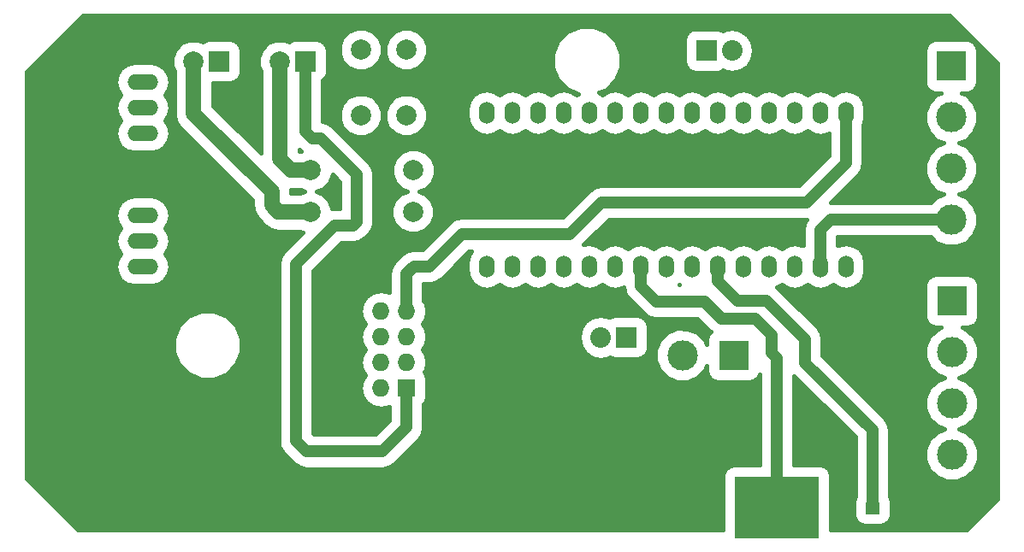
<source format=gbr>
G04 #@! TF.FileFunction,Copper,L2,Bot,Signal*
%FSLAX46Y46*%
G04 Gerber Fmt 4.6, Leading zero omitted, Abs format (unit mm)*
G04 Created by KiCad (PCBNEW 4.0.4-stable) date 11/17/16 22:49:04*
%MOMM*%
%LPD*%
G01*
G04 APERTURE LIST*
%ADD10C,0.100000*%
%ADD11O,1.524000X2.199640*%
%ADD12O,1.524000X2.197100*%
%ADD13O,3.048000X1.524000*%
%ADD14C,1.998980*%
%ADD15R,2.000000X2.000000*%
%ADD16C,2.000000*%
%ADD17R,2.032000X2.032000*%
%ADD18O,2.032000X2.032000*%
%ADD19R,1.727200X1.727200*%
%ADD20O,1.727200X1.727200*%
%ADD21R,2.999740X2.999740*%
%ADD22C,2.999740*%
%ADD23R,8.399540X6.199640*%
%ADD24R,1.399540X1.199640*%
%ADD25C,1.150000*%
%ADD26C,1.550000*%
%ADD27C,0.454000*%
G04 APERTURE END LIST*
D10*
D11*
X97536000Y-23368000D03*
X94996000Y-23368000D03*
X92456000Y-23368000D03*
X89916000Y-23368000D03*
X87376000Y-23368000D03*
X84836000Y-23368000D03*
X82296000Y-23368000D03*
X79756000Y-23368000D03*
X77216000Y-23368000D03*
X74676000Y-23368000D03*
X72136000Y-23368000D03*
X69596000Y-23368000D03*
X67056000Y-23368000D03*
X64516000Y-23368000D03*
X61976000Y-23368000D03*
X61976000Y-38608000D03*
X64516000Y-38608000D03*
X67056000Y-38608000D03*
X69596000Y-38608000D03*
D12*
X72136000Y-38608000D03*
X74676000Y-38608000D03*
X77216000Y-38608000D03*
X79756000Y-38608000D03*
X82296000Y-38608000D03*
X84836000Y-38608000D03*
X87376000Y-38608000D03*
X89916000Y-38608000D03*
X92456000Y-38608000D03*
X94996000Y-38608000D03*
X97536000Y-38608000D03*
D13*
X27940000Y-38608000D03*
X27940000Y-36068000D03*
X27940000Y-33528000D03*
X27940000Y-25400000D03*
X27940000Y-22860000D03*
X27940000Y-20320000D03*
D14*
X49514760Y-17119600D03*
X54015640Y-23622000D03*
X54015640Y-17119600D03*
X49514760Y-23622000D03*
D15*
X44043600Y-18288000D03*
D16*
X41503600Y-18288000D03*
D14*
X54737000Y-29083000D03*
X44577000Y-29083000D03*
D17*
X75793600Y-45618400D03*
D18*
X73253600Y-45618400D03*
D17*
X83718400Y-17221200D03*
D18*
X86258400Y-17221200D03*
D15*
X35509200Y-18288000D03*
D16*
X32969200Y-18288000D03*
D14*
X54673500Y-33210500D03*
X44513500Y-33210500D03*
D19*
X54051200Y-50647600D03*
D20*
X51511200Y-50647600D03*
X54051200Y-48107600D03*
X51511200Y-48107600D03*
X54051200Y-45567600D03*
X51511200Y-45567600D03*
X54051200Y-43027600D03*
X51511200Y-43027600D03*
D21*
X107950000Y-18745200D03*
D22*
X107950000Y-23825200D03*
X107950000Y-28905200D03*
X107950000Y-33985200D03*
D21*
X108000800Y-42011600D03*
D22*
X108000800Y-47091600D03*
X108000800Y-52171600D03*
X108000800Y-57251600D03*
D21*
X86410800Y-47396400D03*
D22*
X81330800Y-47396400D03*
D23*
X90700000Y-62500000D03*
D24*
X100150000Y-62550000D03*
D25*
X94996000Y-38608000D02*
X94996000Y-35001200D01*
X96012000Y-33985200D02*
X107950000Y-33985200D01*
X94996000Y-35001200D02*
X96012000Y-33985200D01*
X54051200Y-50647600D02*
X54051200Y-54559200D01*
X44043600Y-25247600D02*
X44043600Y-18288000D01*
X44704000Y-25908000D02*
X44043600Y-25247600D01*
X45516800Y-25908000D02*
X44704000Y-25908000D01*
X49123600Y-29514800D02*
X45516800Y-25908000D01*
X49123600Y-34188400D02*
X49123600Y-29514800D01*
X48768000Y-34544000D02*
X49123600Y-34188400D01*
X46888400Y-34544000D02*
X48768000Y-34544000D01*
X43078400Y-38354000D02*
X46888400Y-34544000D01*
X43078400Y-55880000D02*
X43078400Y-38354000D01*
X44145200Y-56946800D02*
X43078400Y-55880000D01*
X51663600Y-56946800D02*
X44145200Y-56946800D01*
X54051200Y-54559200D02*
X51663600Y-56946800D01*
D26*
X44577000Y-29083000D02*
X42595800Y-29083000D01*
X41503600Y-27990800D02*
X41503600Y-18288000D01*
X42595800Y-29083000D02*
X41503600Y-27990800D01*
X44513500Y-33210500D02*
X41338500Y-33210500D01*
X32969200Y-23469600D02*
X32969200Y-18288000D01*
X40690800Y-31191200D02*
X32969200Y-23469600D01*
X40690800Y-32562800D02*
X40690800Y-31191200D01*
X41338500Y-33210500D02*
X40690800Y-32562800D01*
D25*
X54051200Y-43027600D02*
X54051200Y-39319200D01*
X97536000Y-28346400D02*
X97536000Y-23368000D01*
X93624400Y-32258000D02*
X97536000Y-28346400D01*
X73355200Y-32258000D02*
X93624400Y-32258000D01*
X70205600Y-35407600D02*
X73355200Y-32258000D01*
X59537600Y-35407600D02*
X70205600Y-35407600D01*
X56337200Y-38608000D02*
X59537600Y-35407600D01*
X54762400Y-38608000D02*
X56337200Y-38608000D01*
X54051200Y-39319200D02*
X54762400Y-38608000D01*
X90700000Y-62500000D02*
X90700000Y-47700000D01*
X77216000Y-40566000D02*
X77216000Y-38608000D01*
X78750000Y-42100000D02*
X77216000Y-40566000D01*
X83550000Y-42100000D02*
X78750000Y-42100000D01*
X85200000Y-43750000D02*
X83550000Y-42100000D01*
X88549998Y-43750000D02*
X85200000Y-43750000D01*
X90208272Y-45408274D02*
X88549998Y-43750000D01*
X90208272Y-47208272D02*
X90208272Y-45408274D01*
X90700000Y-47700000D02*
X90208272Y-47208272D01*
X100150000Y-62550000D02*
X100150000Y-54800000D01*
X84836000Y-40036000D02*
X84836000Y-38608000D01*
X86800000Y-42000000D02*
X84836000Y-40036000D01*
X89650000Y-42000000D02*
X86800000Y-42000000D01*
X93500000Y-45850000D02*
X89650000Y-42000000D01*
X93500000Y-48150000D02*
X93500000Y-45850000D01*
X100150000Y-54800000D02*
X93500000Y-48150000D01*
D27*
G36*
X112518500Y-18471698D02*
X112518500Y-48069500D01*
X112531200Y-48133347D01*
X112531200Y-61627202D01*
X109480802Y-64677600D01*
X96057005Y-64677600D01*
X96057005Y-59400180D01*
X95977863Y-58979574D01*
X95729285Y-58593274D01*
X95349999Y-58334119D01*
X94899770Y-58242945D01*
X92410000Y-58242945D01*
X92410000Y-49478306D01*
X98440000Y-55508305D01*
X98440000Y-61418240D01*
X98384169Y-61499951D01*
X98292995Y-61950180D01*
X98292995Y-63149820D01*
X98372137Y-63570426D01*
X98620715Y-63956726D01*
X99000001Y-64215881D01*
X99450230Y-64307055D01*
X100849770Y-64307055D01*
X101270376Y-64227913D01*
X101656676Y-63979335D01*
X101915831Y-63600049D01*
X102007005Y-63149820D01*
X102007005Y-61950180D01*
X101927863Y-61529574D01*
X101860000Y-61424112D01*
X101860000Y-54800000D01*
X101729834Y-54145611D01*
X101359153Y-53590847D01*
X101359150Y-53590845D01*
X95210000Y-47441694D01*
X95210000Y-45850000D01*
X95079834Y-45195611D01*
X94709153Y-44640847D01*
X94709150Y-44640845D01*
X90859153Y-40790847D01*
X90713181Y-40693312D01*
X91186000Y-40377386D01*
X91730050Y-40740907D01*
X92456000Y-40885308D01*
X93181950Y-40740907D01*
X93726000Y-40377386D01*
X94270050Y-40740907D01*
X94996000Y-40885308D01*
X95721950Y-40740907D01*
X96266000Y-40377386D01*
X96810050Y-40740907D01*
X97536000Y-40885308D01*
X98261950Y-40740907D01*
X98604938Y-40511730D01*
X105343695Y-40511730D01*
X105343695Y-43511470D01*
X105422837Y-43932076D01*
X105671415Y-44318376D01*
X106050701Y-44577531D01*
X106500930Y-44668705D01*
X106964869Y-44668705D01*
X106510216Y-44856564D01*
X105768369Y-45597117D01*
X105366389Y-46565193D01*
X105365474Y-47613409D01*
X105765764Y-48582184D01*
X106506317Y-49324031D01*
X107247654Y-49631861D01*
X106510216Y-49936564D01*
X105768369Y-50677117D01*
X105366389Y-51645193D01*
X105365474Y-52693409D01*
X105765764Y-53662184D01*
X106506317Y-54404031D01*
X107247654Y-54711861D01*
X106510216Y-55016564D01*
X105768369Y-55757117D01*
X105366389Y-56725193D01*
X105365474Y-57773409D01*
X105765764Y-58742184D01*
X106506317Y-59484031D01*
X107474393Y-59886011D01*
X108522609Y-59886926D01*
X109491384Y-59486636D01*
X110233231Y-58746083D01*
X110635211Y-57778007D01*
X110636126Y-56729791D01*
X110235836Y-55761016D01*
X109495283Y-55019169D01*
X108753946Y-54711339D01*
X109491384Y-54406636D01*
X110233231Y-53666083D01*
X110635211Y-52698007D01*
X110636126Y-51649791D01*
X110235836Y-50681016D01*
X109495283Y-49939169D01*
X108753946Y-49631339D01*
X109491384Y-49326636D01*
X110233231Y-48586083D01*
X110635211Y-47618007D01*
X110636126Y-46569791D01*
X110235836Y-45601016D01*
X109495283Y-44859169D01*
X109036594Y-44668705D01*
X109500670Y-44668705D01*
X109921276Y-44589563D01*
X110307576Y-44340985D01*
X110566731Y-43961699D01*
X110657905Y-43511470D01*
X110657905Y-40511730D01*
X110578763Y-40091124D01*
X110330185Y-39704824D01*
X109950899Y-39445669D01*
X109500670Y-39354495D01*
X106500930Y-39354495D01*
X106080324Y-39433637D01*
X105694024Y-39682215D01*
X105434869Y-40061501D01*
X105343695Y-40511730D01*
X98604938Y-40511730D01*
X98877382Y-40329690D01*
X99288599Y-39714258D01*
X99433000Y-38988308D01*
X99433000Y-38227692D01*
X99288599Y-37501742D01*
X98877382Y-36886310D01*
X98261950Y-36475093D01*
X97536000Y-36330692D01*
X96810050Y-36475093D01*
X96706000Y-36544617D01*
X96706000Y-35709506D01*
X96720306Y-35695200D01*
X105933997Y-35695200D01*
X106455517Y-36217631D01*
X107423593Y-36619611D01*
X108471809Y-36620526D01*
X109440584Y-36220236D01*
X110182431Y-35479683D01*
X110584411Y-34511607D01*
X110585326Y-33463391D01*
X110185036Y-32494616D01*
X109444483Y-31752769D01*
X108703146Y-31444939D01*
X109440584Y-31140236D01*
X110182431Y-30399683D01*
X110584411Y-29431607D01*
X110585326Y-28383391D01*
X110185036Y-27414616D01*
X109444483Y-26672769D01*
X108703146Y-26364939D01*
X109440584Y-26060236D01*
X110182431Y-25319683D01*
X110584411Y-24351607D01*
X110585326Y-23303391D01*
X110185036Y-22334616D01*
X109444483Y-21592769D01*
X108985794Y-21402305D01*
X109449870Y-21402305D01*
X109870476Y-21323163D01*
X110256776Y-21074585D01*
X110515931Y-20695299D01*
X110607105Y-20245070D01*
X110607105Y-17245330D01*
X110527963Y-16824724D01*
X110279385Y-16438424D01*
X109900099Y-16179269D01*
X109449870Y-16088095D01*
X106450130Y-16088095D01*
X106029524Y-16167237D01*
X105643224Y-16415815D01*
X105384069Y-16795101D01*
X105292895Y-17245330D01*
X105292895Y-20245070D01*
X105372037Y-20665676D01*
X105620615Y-21051976D01*
X105999901Y-21311131D01*
X106450130Y-21402305D01*
X106914069Y-21402305D01*
X106459416Y-21590164D01*
X105717569Y-22330717D01*
X105315589Y-23298793D01*
X105314674Y-24347009D01*
X105714964Y-25315784D01*
X106455517Y-26057631D01*
X107196854Y-26365461D01*
X106459416Y-26670164D01*
X105717569Y-27410717D01*
X105315589Y-28378793D01*
X105314674Y-29427009D01*
X105714964Y-30395784D01*
X106455517Y-31137631D01*
X107196854Y-31445461D01*
X106459416Y-31750164D01*
X105933463Y-32275200D01*
X96025506Y-32275200D01*
X98745150Y-29555555D01*
X98745153Y-29555553D01*
X99115834Y-29000789D01*
X99171343Y-28721726D01*
X99246001Y-28346400D01*
X99246000Y-28346395D01*
X99246000Y-24539307D01*
X99288599Y-24475553D01*
X99433000Y-23749603D01*
X99433000Y-22986397D01*
X99288599Y-22260447D01*
X98877382Y-21645015D01*
X98261950Y-21233798D01*
X97536000Y-21089397D01*
X96810050Y-21233798D01*
X96266000Y-21597319D01*
X95721950Y-21233798D01*
X94996000Y-21089397D01*
X94270050Y-21233798D01*
X93726000Y-21597319D01*
X93181950Y-21233798D01*
X92456000Y-21089397D01*
X91730050Y-21233798D01*
X91186000Y-21597319D01*
X90641950Y-21233798D01*
X89916000Y-21089397D01*
X89190050Y-21233798D01*
X88646000Y-21597319D01*
X88101950Y-21233798D01*
X87376000Y-21089397D01*
X86650050Y-21233798D01*
X86106000Y-21597319D01*
X85561950Y-21233798D01*
X84836000Y-21089397D01*
X84110050Y-21233798D01*
X83566000Y-21597319D01*
X83021950Y-21233798D01*
X82296000Y-21089397D01*
X81570050Y-21233798D01*
X81026000Y-21597319D01*
X80481950Y-21233798D01*
X79756000Y-21089397D01*
X79030050Y-21233798D01*
X78486000Y-21597319D01*
X77941950Y-21233798D01*
X77216000Y-21089397D01*
X76490050Y-21233798D01*
X75946000Y-21597319D01*
X75401950Y-21233798D01*
X74676000Y-21089397D01*
X73950050Y-21233798D01*
X73406000Y-21597319D01*
X73056398Y-21363724D01*
X73796943Y-21057737D01*
X74749990Y-20106352D01*
X75266411Y-18862672D01*
X75267586Y-17516036D01*
X74753337Y-16271457D01*
X74687196Y-16205200D01*
X81545165Y-16205200D01*
X81545165Y-18237200D01*
X81624307Y-18657806D01*
X81872885Y-19044106D01*
X82252171Y-19303261D01*
X82702400Y-19394435D01*
X84734400Y-19394435D01*
X85155006Y-19315293D01*
X85347082Y-19191695D01*
X85435248Y-19250606D01*
X86258400Y-19414341D01*
X87081552Y-19250606D01*
X87779387Y-18784328D01*
X88245665Y-18086493D01*
X88409400Y-17263341D01*
X88409400Y-17179059D01*
X88245665Y-16355907D01*
X87779387Y-15658072D01*
X87081552Y-15191794D01*
X86258400Y-15028059D01*
X85435248Y-15191794D01*
X85347501Y-15250425D01*
X85184629Y-15139139D01*
X84734400Y-15047965D01*
X82702400Y-15047965D01*
X82281794Y-15127107D01*
X81895494Y-15375685D01*
X81636339Y-15754971D01*
X81545165Y-16205200D01*
X74687196Y-16205200D01*
X73801952Y-15318410D01*
X72558272Y-14801989D01*
X71211636Y-14800814D01*
X69967057Y-15315063D01*
X69014010Y-16266448D01*
X68497589Y-17510128D01*
X68496414Y-18856764D01*
X69010663Y-20101343D01*
X69962048Y-21054390D01*
X71020674Y-21493970D01*
X70866000Y-21597319D01*
X70321950Y-21233798D01*
X69596000Y-21089397D01*
X68870050Y-21233798D01*
X68326000Y-21597319D01*
X67781950Y-21233798D01*
X67056000Y-21089397D01*
X66330050Y-21233798D01*
X65786000Y-21597319D01*
X65241950Y-21233798D01*
X64516000Y-21089397D01*
X63790050Y-21233798D01*
X63246000Y-21597319D01*
X62701950Y-21233798D01*
X61976000Y-21089397D01*
X61250050Y-21233798D01*
X60634618Y-21645015D01*
X60223401Y-22260447D01*
X60079000Y-22986397D01*
X60079000Y-23749603D01*
X60223401Y-24475553D01*
X60634618Y-25090985D01*
X61250050Y-25502202D01*
X61976000Y-25646603D01*
X62701950Y-25502202D01*
X63246000Y-25138681D01*
X63790050Y-25502202D01*
X64516000Y-25646603D01*
X65241950Y-25502202D01*
X65786000Y-25138681D01*
X66330050Y-25502202D01*
X67056000Y-25646603D01*
X67781950Y-25502202D01*
X68326000Y-25138681D01*
X68870050Y-25502202D01*
X69596000Y-25646603D01*
X70321950Y-25502202D01*
X70866000Y-25138681D01*
X71410050Y-25502202D01*
X72136000Y-25646603D01*
X72861950Y-25502202D01*
X73406000Y-25138681D01*
X73950050Y-25502202D01*
X74676000Y-25646603D01*
X75401950Y-25502202D01*
X75946000Y-25138681D01*
X76490050Y-25502202D01*
X77216000Y-25646603D01*
X77941950Y-25502202D01*
X78486000Y-25138681D01*
X79030050Y-25502202D01*
X79756000Y-25646603D01*
X80481950Y-25502202D01*
X81026000Y-25138681D01*
X81570050Y-25502202D01*
X82296000Y-25646603D01*
X83021950Y-25502202D01*
X83566000Y-25138681D01*
X84110050Y-25502202D01*
X84836000Y-25646603D01*
X85561950Y-25502202D01*
X86106000Y-25138681D01*
X86650050Y-25502202D01*
X87376000Y-25646603D01*
X88101950Y-25502202D01*
X88646000Y-25138681D01*
X89190050Y-25502202D01*
X89916000Y-25646603D01*
X90641950Y-25502202D01*
X91186000Y-25138681D01*
X91730050Y-25502202D01*
X92456000Y-25646603D01*
X93181950Y-25502202D01*
X93726000Y-25138681D01*
X94270050Y-25502202D01*
X94996000Y-25646603D01*
X95721950Y-25502202D01*
X95826000Y-25432678D01*
X95826000Y-27638095D01*
X92916094Y-30548000D01*
X73355205Y-30548000D01*
X73355200Y-30547999D01*
X72809382Y-30656570D01*
X72700811Y-30678166D01*
X72378409Y-30893588D01*
X72146047Y-31048847D01*
X69497294Y-33697600D01*
X59537605Y-33697600D01*
X59537600Y-33697599D01*
X58991782Y-33806170D01*
X58883211Y-33827766D01*
X58369524Y-34171000D01*
X58328447Y-34198447D01*
X55628894Y-36898000D01*
X54762405Y-36898000D01*
X54762400Y-36897999D01*
X54216582Y-37006570D01*
X54108011Y-37028166D01*
X53553247Y-37398847D01*
X53553245Y-37398850D01*
X52842047Y-38110047D01*
X52471366Y-38664811D01*
X52471366Y-38664812D01*
X52341199Y-39319200D01*
X52341200Y-39319205D01*
X52341200Y-41198516D01*
X52315186Y-41181134D01*
X51550355Y-41029000D01*
X51472045Y-41029000D01*
X50707214Y-41181134D01*
X50058821Y-41614376D01*
X49625579Y-42262769D01*
X49473445Y-43027600D01*
X49625579Y-43792431D01*
X49963122Y-44297600D01*
X49625579Y-44802769D01*
X49473445Y-45567600D01*
X49625579Y-46332431D01*
X49963122Y-46837600D01*
X49625579Y-47342769D01*
X49473445Y-48107600D01*
X49625579Y-48872431D01*
X49963122Y-49377600D01*
X49625579Y-49882769D01*
X49473445Y-50647600D01*
X49625579Y-51412431D01*
X50058821Y-52060824D01*
X50707214Y-52494066D01*
X51472045Y-52646200D01*
X51550355Y-52646200D01*
X52315186Y-52494066D01*
X52341200Y-52476684D01*
X52341200Y-53850895D01*
X50955294Y-55236800D01*
X44853506Y-55236800D01*
X44788400Y-55171694D01*
X44788400Y-39062306D01*
X47596705Y-36254000D01*
X48767995Y-36254000D01*
X48768000Y-36254001D01*
X49313818Y-36145430D01*
X49422389Y-36123834D01*
X49977153Y-35753153D01*
X49977154Y-35753152D01*
X50332750Y-35397555D01*
X50332753Y-35397553D01*
X50703434Y-34842789D01*
X50833600Y-34188400D01*
X50833600Y-33633214D01*
X52538640Y-33633214D01*
X52862912Y-34418012D01*
X53462830Y-35018977D01*
X54247061Y-35344619D01*
X55096214Y-35345360D01*
X55881012Y-35021088D01*
X56481977Y-34421170D01*
X56807619Y-33636939D01*
X56808360Y-32787786D01*
X56484088Y-32002988D01*
X55884170Y-31402023D01*
X55300533Y-31159675D01*
X55944512Y-30893588D01*
X56545477Y-30293670D01*
X56871119Y-29509439D01*
X56871860Y-28660286D01*
X56547588Y-27875488D01*
X55947670Y-27274523D01*
X55163439Y-26948881D01*
X54314286Y-26948140D01*
X53529488Y-27272412D01*
X52928523Y-27872330D01*
X52602881Y-28656561D01*
X52602140Y-29505714D01*
X52926412Y-30290512D01*
X53526330Y-30891477D01*
X54109967Y-31133825D01*
X53465988Y-31399912D01*
X52865023Y-31999830D01*
X52539381Y-32784061D01*
X52538640Y-33633214D01*
X50833600Y-33633214D01*
X50833600Y-29514800D01*
X50703434Y-28860411D01*
X50332753Y-28305647D01*
X50332750Y-28305645D01*
X46725953Y-24698847D01*
X46637159Y-24639517D01*
X46171189Y-24328166D01*
X46062618Y-24306570D01*
X45753600Y-24245102D01*
X45753600Y-24044714D01*
X47379900Y-24044714D01*
X47704172Y-24829512D01*
X48304090Y-25430477D01*
X49088321Y-25756119D01*
X49937474Y-25756860D01*
X50722272Y-25432588D01*
X51323237Y-24832670D01*
X51648879Y-24048439D01*
X51648882Y-24044714D01*
X51880780Y-24044714D01*
X52205052Y-24829512D01*
X52804970Y-25430477D01*
X53589201Y-25756119D01*
X54438354Y-25756860D01*
X55223152Y-25432588D01*
X55824117Y-24832670D01*
X56149759Y-24048439D01*
X56150500Y-23199286D01*
X55826228Y-22414488D01*
X55226310Y-21813523D01*
X54442079Y-21487881D01*
X53592926Y-21487140D01*
X52808128Y-21811412D01*
X52207163Y-22411330D01*
X51881521Y-23195561D01*
X51880780Y-24044714D01*
X51648882Y-24044714D01*
X51649620Y-23199286D01*
X51325348Y-22414488D01*
X50725430Y-21813523D01*
X49941199Y-21487881D01*
X49092046Y-21487140D01*
X48307248Y-21811412D01*
X47706283Y-22411330D01*
X47380641Y-23195561D01*
X47379900Y-24044714D01*
X45753600Y-24044714D01*
X45753600Y-20179872D01*
X45850506Y-20117515D01*
X46109661Y-19738229D01*
X46200835Y-19288000D01*
X46200835Y-17542314D01*
X47379900Y-17542314D01*
X47704172Y-18327112D01*
X48304090Y-18928077D01*
X49088321Y-19253719D01*
X49937474Y-19254460D01*
X50722272Y-18930188D01*
X51323237Y-18330270D01*
X51648879Y-17546039D01*
X51648882Y-17542314D01*
X51880780Y-17542314D01*
X52205052Y-18327112D01*
X52804970Y-18928077D01*
X53589201Y-19253719D01*
X54438354Y-19254460D01*
X55223152Y-18930188D01*
X55824117Y-18330270D01*
X56149759Y-17546039D01*
X56150500Y-16696886D01*
X55826228Y-15912088D01*
X55226310Y-15311123D01*
X54442079Y-14985481D01*
X53592926Y-14984740D01*
X52808128Y-15309012D01*
X52207163Y-15908930D01*
X51881521Y-16693161D01*
X51880780Y-17542314D01*
X51648882Y-17542314D01*
X51649620Y-16696886D01*
X51325348Y-15912088D01*
X50725430Y-15311123D01*
X49941199Y-14985481D01*
X49092046Y-14984740D01*
X48307248Y-15309012D01*
X47706283Y-15908930D01*
X47380641Y-16693161D01*
X47379900Y-17542314D01*
X46200835Y-17542314D01*
X46200835Y-17288000D01*
X46121693Y-16867394D01*
X45873115Y-16481094D01*
X45493829Y-16221939D01*
X45043600Y-16130765D01*
X43043600Y-16130765D01*
X42622994Y-16209907D01*
X42404652Y-16350406D01*
X41930141Y-16153372D01*
X41080785Y-16152630D01*
X40295800Y-16476980D01*
X39694691Y-17077041D01*
X39368972Y-17861459D01*
X39368230Y-18710815D01*
X39593600Y-19256251D01*
X39593600Y-27392852D01*
X34879200Y-22678452D01*
X34879200Y-20445235D01*
X36509200Y-20445235D01*
X36929806Y-20366093D01*
X37316106Y-20117515D01*
X37575261Y-19738229D01*
X37666435Y-19288000D01*
X37666435Y-17288000D01*
X37587293Y-16867394D01*
X37338715Y-16481094D01*
X36959429Y-16221939D01*
X36509200Y-16130765D01*
X34509200Y-16130765D01*
X34088594Y-16209907D01*
X33870252Y-16350406D01*
X33395741Y-16153372D01*
X32546385Y-16152630D01*
X31761400Y-16476980D01*
X31160291Y-17077041D01*
X30834572Y-17861459D01*
X30833830Y-18710815D01*
X31059200Y-19256251D01*
X31059200Y-23469600D01*
X31204590Y-24200526D01*
X31618626Y-24820174D01*
X38780800Y-31982348D01*
X38780800Y-32562800D01*
X38926190Y-33293726D01*
X39340226Y-33913374D01*
X39987926Y-34561074D01*
X40607574Y-34975110D01*
X41338500Y-35120500D01*
X43547324Y-35120500D01*
X43791997Y-35222097D01*
X41869247Y-37144847D01*
X41498566Y-37699611D01*
X41498566Y-37699612D01*
X41368399Y-38354000D01*
X41368400Y-38354005D01*
X41368400Y-55879995D01*
X41368399Y-55880000D01*
X41450434Y-56292412D01*
X41498566Y-56534389D01*
X41774130Y-56946800D01*
X41869247Y-57089153D01*
X42936047Y-58155953D01*
X43490811Y-58526634D01*
X43599382Y-58548230D01*
X44145200Y-58656801D01*
X44145205Y-58656800D01*
X51663595Y-58656800D01*
X51663600Y-58656801D01*
X52209418Y-58548230D01*
X52317989Y-58526634D01*
X52872753Y-58155953D01*
X55260350Y-55768355D01*
X55260353Y-55768353D01*
X55631034Y-55213589D01*
X55761200Y-54559200D01*
X55761200Y-52282914D01*
X55980861Y-51961429D01*
X56072035Y-51511200D01*
X56072035Y-49784000D01*
X55992893Y-49363394D01*
X55804447Y-49070542D01*
X55936821Y-48872431D01*
X56088955Y-48107600D01*
X55936821Y-47342769D01*
X55599278Y-46837600D01*
X55936821Y-46332431D01*
X56087232Y-45576259D01*
X71102600Y-45576259D01*
X71102600Y-45660541D01*
X71266335Y-46483693D01*
X71732613Y-47181528D01*
X72430448Y-47647806D01*
X73253600Y-47811541D01*
X74076752Y-47647806D01*
X74164499Y-47589175D01*
X74327371Y-47700461D01*
X74777600Y-47791635D01*
X76809600Y-47791635D01*
X77230206Y-47712493D01*
X77616506Y-47463915D01*
X77875661Y-47084629D01*
X77966835Y-46634400D01*
X77966835Y-44602400D01*
X77887693Y-44181794D01*
X77639115Y-43795494D01*
X77259829Y-43536339D01*
X76809600Y-43445165D01*
X74777600Y-43445165D01*
X74356994Y-43524307D01*
X74164918Y-43647905D01*
X74076752Y-43588994D01*
X73253600Y-43425259D01*
X72430448Y-43588994D01*
X71732613Y-44055272D01*
X71266335Y-44753107D01*
X71102600Y-45576259D01*
X56087232Y-45576259D01*
X56088955Y-45567600D01*
X55936821Y-44802769D01*
X55599278Y-44297600D01*
X55936821Y-43792431D01*
X56088955Y-43027600D01*
X55936821Y-42262769D01*
X55761200Y-41999933D01*
X55761200Y-40318000D01*
X56337195Y-40318000D01*
X56337200Y-40318001D01*
X56883018Y-40209430D01*
X56991589Y-40187834D01*
X57546353Y-39817153D01*
X60245906Y-37117600D01*
X60479210Y-37117600D01*
X60223401Y-37500447D01*
X60079000Y-38226397D01*
X60079000Y-38989603D01*
X60223401Y-39715553D01*
X60634618Y-40330985D01*
X61250050Y-40742202D01*
X61976000Y-40886603D01*
X62701950Y-40742202D01*
X63246000Y-40378681D01*
X63790050Y-40742202D01*
X64516000Y-40886603D01*
X65241950Y-40742202D01*
X65786000Y-40378681D01*
X66330050Y-40742202D01*
X67056000Y-40886603D01*
X67781950Y-40742202D01*
X68326000Y-40378681D01*
X68870050Y-40742202D01*
X69596000Y-40886603D01*
X70321950Y-40742202D01*
X70866969Y-40378033D01*
X71410050Y-40740907D01*
X72136000Y-40885308D01*
X72861950Y-40740907D01*
X73406000Y-40377386D01*
X73950050Y-40740907D01*
X74676000Y-40885308D01*
X75401950Y-40740907D01*
X75524502Y-40659021D01*
X75598096Y-41029000D01*
X75636166Y-41220389D01*
X75900394Y-41615834D01*
X76006847Y-41775153D01*
X77540845Y-43309150D01*
X77540847Y-43309153D01*
X77744404Y-43445165D01*
X78095612Y-43679835D01*
X78750000Y-43810001D01*
X78750005Y-43810000D01*
X82841694Y-43810000D01*
X83990845Y-44959150D01*
X83990847Y-44959153D01*
X84128603Y-45051199D01*
X84104024Y-45067015D01*
X83844869Y-45446301D01*
X83753695Y-45896530D01*
X83753695Y-46360469D01*
X83565836Y-45905816D01*
X82825283Y-45163969D01*
X81857207Y-44761989D01*
X80808991Y-44761074D01*
X79840216Y-45161364D01*
X79098369Y-45901917D01*
X78696389Y-46869993D01*
X78695474Y-47918209D01*
X79095764Y-48886984D01*
X79836317Y-49628831D01*
X80804393Y-50030811D01*
X81852609Y-50031726D01*
X82821384Y-49631436D01*
X83563231Y-48890883D01*
X83753695Y-48432194D01*
X83753695Y-48896270D01*
X83832837Y-49316876D01*
X84081415Y-49703176D01*
X84460701Y-49962331D01*
X84910930Y-50053505D01*
X87910670Y-50053505D01*
X88331276Y-49974363D01*
X88717576Y-49725785D01*
X88976731Y-49346499D01*
X88990000Y-49280975D01*
X88990000Y-58242945D01*
X86500230Y-58242945D01*
X86079624Y-58322087D01*
X85693324Y-58570665D01*
X85434169Y-58949951D01*
X85342995Y-59400180D01*
X85342995Y-64677600D01*
X21532399Y-64677600D01*
X16450000Y-59595202D01*
X16450000Y-47050764D01*
X30955214Y-47050764D01*
X31469463Y-48295343D01*
X32420848Y-49248390D01*
X33664528Y-49764811D01*
X35011164Y-49765986D01*
X36255743Y-49251737D01*
X37208790Y-48300352D01*
X37725211Y-47056672D01*
X37726386Y-45710036D01*
X37212137Y-44465457D01*
X36260752Y-43512410D01*
X35017072Y-42995989D01*
X33670436Y-42994814D01*
X32425857Y-43509063D01*
X31472810Y-44460448D01*
X30956389Y-45704128D01*
X30955214Y-47050764D01*
X16450000Y-47050764D01*
X16450000Y-33528000D01*
X25228907Y-33528000D01*
X25373308Y-34253950D01*
X25736829Y-34798000D01*
X25373308Y-35342050D01*
X25228907Y-36068000D01*
X25373308Y-36793950D01*
X25736829Y-37338000D01*
X25373308Y-37882050D01*
X25228907Y-38608000D01*
X25373308Y-39333950D01*
X25784525Y-39949382D01*
X26399957Y-40360599D01*
X27125907Y-40505000D01*
X28754093Y-40505000D01*
X29480043Y-40360599D01*
X30095475Y-39949382D01*
X30506692Y-39333950D01*
X30651093Y-38608000D01*
X30506692Y-37882050D01*
X30143171Y-37338000D01*
X30506692Y-36793950D01*
X30651093Y-36068000D01*
X30506692Y-35342050D01*
X30143171Y-34798000D01*
X30506692Y-34253950D01*
X30651093Y-33528000D01*
X30506692Y-32802050D01*
X30095475Y-32186618D01*
X29480043Y-31775401D01*
X28754093Y-31631000D01*
X27125907Y-31631000D01*
X26399957Y-31775401D01*
X25784525Y-32186618D01*
X25373308Y-32802050D01*
X25228907Y-33528000D01*
X16450000Y-33528000D01*
X16450000Y-20320000D01*
X25228907Y-20320000D01*
X25373308Y-21045950D01*
X25736829Y-21590000D01*
X25373308Y-22134050D01*
X25228907Y-22860000D01*
X25373308Y-23585950D01*
X25736829Y-24130000D01*
X25373308Y-24674050D01*
X25228907Y-25400000D01*
X25373308Y-26125950D01*
X25784525Y-26741382D01*
X26399957Y-27152599D01*
X27125907Y-27297000D01*
X28754093Y-27297000D01*
X29480043Y-27152599D01*
X30095475Y-26741382D01*
X30506692Y-26125950D01*
X30651093Y-25400000D01*
X30506692Y-24674050D01*
X30143171Y-24130000D01*
X30506692Y-23585950D01*
X30651093Y-22860000D01*
X30506692Y-22134050D01*
X30143171Y-21590000D01*
X30506692Y-21045950D01*
X30651093Y-20320000D01*
X30506692Y-19594050D01*
X30095475Y-18978618D01*
X29480043Y-18567401D01*
X28754093Y-18423000D01*
X27125907Y-18423000D01*
X26399957Y-18567401D01*
X25784525Y-18978618D01*
X25373308Y-19594050D01*
X25228907Y-20320000D01*
X16450000Y-20320000D01*
X16450000Y-19297198D01*
X21989598Y-13757600D01*
X107804402Y-13757600D01*
X112518500Y-18471698D01*
X112518500Y-18471698D01*
G37*
X112518500Y-18471698D02*
X112518500Y-48069500D01*
X112531200Y-48133347D01*
X112531200Y-61627202D01*
X109480802Y-64677600D01*
X96057005Y-64677600D01*
X96057005Y-59400180D01*
X95977863Y-58979574D01*
X95729285Y-58593274D01*
X95349999Y-58334119D01*
X94899770Y-58242945D01*
X92410000Y-58242945D01*
X92410000Y-49478306D01*
X98440000Y-55508305D01*
X98440000Y-61418240D01*
X98384169Y-61499951D01*
X98292995Y-61950180D01*
X98292995Y-63149820D01*
X98372137Y-63570426D01*
X98620715Y-63956726D01*
X99000001Y-64215881D01*
X99450230Y-64307055D01*
X100849770Y-64307055D01*
X101270376Y-64227913D01*
X101656676Y-63979335D01*
X101915831Y-63600049D01*
X102007005Y-63149820D01*
X102007005Y-61950180D01*
X101927863Y-61529574D01*
X101860000Y-61424112D01*
X101860000Y-54800000D01*
X101729834Y-54145611D01*
X101359153Y-53590847D01*
X101359150Y-53590845D01*
X95210000Y-47441694D01*
X95210000Y-45850000D01*
X95079834Y-45195611D01*
X94709153Y-44640847D01*
X94709150Y-44640845D01*
X90859153Y-40790847D01*
X90713181Y-40693312D01*
X91186000Y-40377386D01*
X91730050Y-40740907D01*
X92456000Y-40885308D01*
X93181950Y-40740907D01*
X93726000Y-40377386D01*
X94270050Y-40740907D01*
X94996000Y-40885308D01*
X95721950Y-40740907D01*
X96266000Y-40377386D01*
X96810050Y-40740907D01*
X97536000Y-40885308D01*
X98261950Y-40740907D01*
X98604938Y-40511730D01*
X105343695Y-40511730D01*
X105343695Y-43511470D01*
X105422837Y-43932076D01*
X105671415Y-44318376D01*
X106050701Y-44577531D01*
X106500930Y-44668705D01*
X106964869Y-44668705D01*
X106510216Y-44856564D01*
X105768369Y-45597117D01*
X105366389Y-46565193D01*
X105365474Y-47613409D01*
X105765764Y-48582184D01*
X106506317Y-49324031D01*
X107247654Y-49631861D01*
X106510216Y-49936564D01*
X105768369Y-50677117D01*
X105366389Y-51645193D01*
X105365474Y-52693409D01*
X105765764Y-53662184D01*
X106506317Y-54404031D01*
X107247654Y-54711861D01*
X106510216Y-55016564D01*
X105768369Y-55757117D01*
X105366389Y-56725193D01*
X105365474Y-57773409D01*
X105765764Y-58742184D01*
X106506317Y-59484031D01*
X107474393Y-59886011D01*
X108522609Y-59886926D01*
X109491384Y-59486636D01*
X110233231Y-58746083D01*
X110635211Y-57778007D01*
X110636126Y-56729791D01*
X110235836Y-55761016D01*
X109495283Y-55019169D01*
X108753946Y-54711339D01*
X109491384Y-54406636D01*
X110233231Y-53666083D01*
X110635211Y-52698007D01*
X110636126Y-51649791D01*
X110235836Y-50681016D01*
X109495283Y-49939169D01*
X108753946Y-49631339D01*
X109491384Y-49326636D01*
X110233231Y-48586083D01*
X110635211Y-47618007D01*
X110636126Y-46569791D01*
X110235836Y-45601016D01*
X109495283Y-44859169D01*
X109036594Y-44668705D01*
X109500670Y-44668705D01*
X109921276Y-44589563D01*
X110307576Y-44340985D01*
X110566731Y-43961699D01*
X110657905Y-43511470D01*
X110657905Y-40511730D01*
X110578763Y-40091124D01*
X110330185Y-39704824D01*
X109950899Y-39445669D01*
X109500670Y-39354495D01*
X106500930Y-39354495D01*
X106080324Y-39433637D01*
X105694024Y-39682215D01*
X105434869Y-40061501D01*
X105343695Y-40511730D01*
X98604938Y-40511730D01*
X98877382Y-40329690D01*
X99288599Y-39714258D01*
X99433000Y-38988308D01*
X99433000Y-38227692D01*
X99288599Y-37501742D01*
X98877382Y-36886310D01*
X98261950Y-36475093D01*
X97536000Y-36330692D01*
X96810050Y-36475093D01*
X96706000Y-36544617D01*
X96706000Y-35709506D01*
X96720306Y-35695200D01*
X105933997Y-35695200D01*
X106455517Y-36217631D01*
X107423593Y-36619611D01*
X108471809Y-36620526D01*
X109440584Y-36220236D01*
X110182431Y-35479683D01*
X110584411Y-34511607D01*
X110585326Y-33463391D01*
X110185036Y-32494616D01*
X109444483Y-31752769D01*
X108703146Y-31444939D01*
X109440584Y-31140236D01*
X110182431Y-30399683D01*
X110584411Y-29431607D01*
X110585326Y-28383391D01*
X110185036Y-27414616D01*
X109444483Y-26672769D01*
X108703146Y-26364939D01*
X109440584Y-26060236D01*
X110182431Y-25319683D01*
X110584411Y-24351607D01*
X110585326Y-23303391D01*
X110185036Y-22334616D01*
X109444483Y-21592769D01*
X108985794Y-21402305D01*
X109449870Y-21402305D01*
X109870476Y-21323163D01*
X110256776Y-21074585D01*
X110515931Y-20695299D01*
X110607105Y-20245070D01*
X110607105Y-17245330D01*
X110527963Y-16824724D01*
X110279385Y-16438424D01*
X109900099Y-16179269D01*
X109449870Y-16088095D01*
X106450130Y-16088095D01*
X106029524Y-16167237D01*
X105643224Y-16415815D01*
X105384069Y-16795101D01*
X105292895Y-17245330D01*
X105292895Y-20245070D01*
X105372037Y-20665676D01*
X105620615Y-21051976D01*
X105999901Y-21311131D01*
X106450130Y-21402305D01*
X106914069Y-21402305D01*
X106459416Y-21590164D01*
X105717569Y-22330717D01*
X105315589Y-23298793D01*
X105314674Y-24347009D01*
X105714964Y-25315784D01*
X106455517Y-26057631D01*
X107196854Y-26365461D01*
X106459416Y-26670164D01*
X105717569Y-27410717D01*
X105315589Y-28378793D01*
X105314674Y-29427009D01*
X105714964Y-30395784D01*
X106455517Y-31137631D01*
X107196854Y-31445461D01*
X106459416Y-31750164D01*
X105933463Y-32275200D01*
X96025506Y-32275200D01*
X98745150Y-29555555D01*
X98745153Y-29555553D01*
X99115834Y-29000789D01*
X99171343Y-28721726D01*
X99246001Y-28346400D01*
X99246000Y-28346395D01*
X99246000Y-24539307D01*
X99288599Y-24475553D01*
X99433000Y-23749603D01*
X99433000Y-22986397D01*
X99288599Y-22260447D01*
X98877382Y-21645015D01*
X98261950Y-21233798D01*
X97536000Y-21089397D01*
X96810050Y-21233798D01*
X96266000Y-21597319D01*
X95721950Y-21233798D01*
X94996000Y-21089397D01*
X94270050Y-21233798D01*
X93726000Y-21597319D01*
X93181950Y-21233798D01*
X92456000Y-21089397D01*
X91730050Y-21233798D01*
X91186000Y-21597319D01*
X90641950Y-21233798D01*
X89916000Y-21089397D01*
X89190050Y-21233798D01*
X88646000Y-21597319D01*
X88101950Y-21233798D01*
X87376000Y-21089397D01*
X86650050Y-21233798D01*
X86106000Y-21597319D01*
X85561950Y-21233798D01*
X84836000Y-21089397D01*
X84110050Y-21233798D01*
X83566000Y-21597319D01*
X83021950Y-21233798D01*
X82296000Y-21089397D01*
X81570050Y-21233798D01*
X81026000Y-21597319D01*
X80481950Y-21233798D01*
X79756000Y-21089397D01*
X79030050Y-21233798D01*
X78486000Y-21597319D01*
X77941950Y-21233798D01*
X77216000Y-21089397D01*
X76490050Y-21233798D01*
X75946000Y-21597319D01*
X75401950Y-21233798D01*
X74676000Y-21089397D01*
X73950050Y-21233798D01*
X73406000Y-21597319D01*
X73056398Y-21363724D01*
X73796943Y-21057737D01*
X74749990Y-20106352D01*
X75266411Y-18862672D01*
X75267586Y-17516036D01*
X74753337Y-16271457D01*
X74687196Y-16205200D01*
X81545165Y-16205200D01*
X81545165Y-18237200D01*
X81624307Y-18657806D01*
X81872885Y-19044106D01*
X82252171Y-19303261D01*
X82702400Y-19394435D01*
X84734400Y-19394435D01*
X85155006Y-19315293D01*
X85347082Y-19191695D01*
X85435248Y-19250606D01*
X86258400Y-19414341D01*
X87081552Y-19250606D01*
X87779387Y-18784328D01*
X88245665Y-18086493D01*
X88409400Y-17263341D01*
X88409400Y-17179059D01*
X88245665Y-16355907D01*
X87779387Y-15658072D01*
X87081552Y-15191794D01*
X86258400Y-15028059D01*
X85435248Y-15191794D01*
X85347501Y-15250425D01*
X85184629Y-15139139D01*
X84734400Y-15047965D01*
X82702400Y-15047965D01*
X82281794Y-15127107D01*
X81895494Y-15375685D01*
X81636339Y-15754971D01*
X81545165Y-16205200D01*
X74687196Y-16205200D01*
X73801952Y-15318410D01*
X72558272Y-14801989D01*
X71211636Y-14800814D01*
X69967057Y-15315063D01*
X69014010Y-16266448D01*
X68497589Y-17510128D01*
X68496414Y-18856764D01*
X69010663Y-20101343D01*
X69962048Y-21054390D01*
X71020674Y-21493970D01*
X70866000Y-21597319D01*
X70321950Y-21233798D01*
X69596000Y-21089397D01*
X68870050Y-21233798D01*
X68326000Y-21597319D01*
X67781950Y-21233798D01*
X67056000Y-21089397D01*
X66330050Y-21233798D01*
X65786000Y-21597319D01*
X65241950Y-21233798D01*
X64516000Y-21089397D01*
X63790050Y-21233798D01*
X63246000Y-21597319D01*
X62701950Y-21233798D01*
X61976000Y-21089397D01*
X61250050Y-21233798D01*
X60634618Y-21645015D01*
X60223401Y-22260447D01*
X60079000Y-22986397D01*
X60079000Y-23749603D01*
X60223401Y-24475553D01*
X60634618Y-25090985D01*
X61250050Y-25502202D01*
X61976000Y-25646603D01*
X62701950Y-25502202D01*
X63246000Y-25138681D01*
X63790050Y-25502202D01*
X64516000Y-25646603D01*
X65241950Y-25502202D01*
X65786000Y-25138681D01*
X66330050Y-25502202D01*
X67056000Y-25646603D01*
X67781950Y-25502202D01*
X68326000Y-25138681D01*
X68870050Y-25502202D01*
X69596000Y-25646603D01*
X70321950Y-25502202D01*
X70866000Y-25138681D01*
X71410050Y-25502202D01*
X72136000Y-25646603D01*
X72861950Y-25502202D01*
X73406000Y-25138681D01*
X73950050Y-25502202D01*
X74676000Y-25646603D01*
X75401950Y-25502202D01*
X75946000Y-25138681D01*
X76490050Y-25502202D01*
X77216000Y-25646603D01*
X77941950Y-25502202D01*
X78486000Y-25138681D01*
X79030050Y-25502202D01*
X79756000Y-25646603D01*
X80481950Y-25502202D01*
X81026000Y-25138681D01*
X81570050Y-25502202D01*
X82296000Y-25646603D01*
X83021950Y-25502202D01*
X83566000Y-25138681D01*
X84110050Y-25502202D01*
X84836000Y-25646603D01*
X85561950Y-25502202D01*
X86106000Y-25138681D01*
X86650050Y-25502202D01*
X87376000Y-25646603D01*
X88101950Y-25502202D01*
X88646000Y-25138681D01*
X89190050Y-25502202D01*
X89916000Y-25646603D01*
X90641950Y-25502202D01*
X91186000Y-25138681D01*
X91730050Y-25502202D01*
X92456000Y-25646603D01*
X93181950Y-25502202D01*
X93726000Y-25138681D01*
X94270050Y-25502202D01*
X94996000Y-25646603D01*
X95721950Y-25502202D01*
X95826000Y-25432678D01*
X95826000Y-27638095D01*
X92916094Y-30548000D01*
X73355205Y-30548000D01*
X73355200Y-30547999D01*
X72809382Y-30656570D01*
X72700811Y-30678166D01*
X72378409Y-30893588D01*
X72146047Y-31048847D01*
X69497294Y-33697600D01*
X59537605Y-33697600D01*
X59537600Y-33697599D01*
X58991782Y-33806170D01*
X58883211Y-33827766D01*
X58369524Y-34171000D01*
X58328447Y-34198447D01*
X55628894Y-36898000D01*
X54762405Y-36898000D01*
X54762400Y-36897999D01*
X54216582Y-37006570D01*
X54108011Y-37028166D01*
X53553247Y-37398847D01*
X53553245Y-37398850D01*
X52842047Y-38110047D01*
X52471366Y-38664811D01*
X52471366Y-38664812D01*
X52341199Y-39319200D01*
X52341200Y-39319205D01*
X52341200Y-41198516D01*
X52315186Y-41181134D01*
X51550355Y-41029000D01*
X51472045Y-41029000D01*
X50707214Y-41181134D01*
X50058821Y-41614376D01*
X49625579Y-42262769D01*
X49473445Y-43027600D01*
X49625579Y-43792431D01*
X49963122Y-44297600D01*
X49625579Y-44802769D01*
X49473445Y-45567600D01*
X49625579Y-46332431D01*
X49963122Y-46837600D01*
X49625579Y-47342769D01*
X49473445Y-48107600D01*
X49625579Y-48872431D01*
X49963122Y-49377600D01*
X49625579Y-49882769D01*
X49473445Y-50647600D01*
X49625579Y-51412431D01*
X50058821Y-52060824D01*
X50707214Y-52494066D01*
X51472045Y-52646200D01*
X51550355Y-52646200D01*
X52315186Y-52494066D01*
X52341200Y-52476684D01*
X52341200Y-53850895D01*
X50955294Y-55236800D01*
X44853506Y-55236800D01*
X44788400Y-55171694D01*
X44788400Y-39062306D01*
X47596705Y-36254000D01*
X48767995Y-36254000D01*
X48768000Y-36254001D01*
X49313818Y-36145430D01*
X49422389Y-36123834D01*
X49977153Y-35753153D01*
X49977154Y-35753152D01*
X50332750Y-35397555D01*
X50332753Y-35397553D01*
X50703434Y-34842789D01*
X50833600Y-34188400D01*
X50833600Y-33633214D01*
X52538640Y-33633214D01*
X52862912Y-34418012D01*
X53462830Y-35018977D01*
X54247061Y-35344619D01*
X55096214Y-35345360D01*
X55881012Y-35021088D01*
X56481977Y-34421170D01*
X56807619Y-33636939D01*
X56808360Y-32787786D01*
X56484088Y-32002988D01*
X55884170Y-31402023D01*
X55300533Y-31159675D01*
X55944512Y-30893588D01*
X56545477Y-30293670D01*
X56871119Y-29509439D01*
X56871860Y-28660286D01*
X56547588Y-27875488D01*
X55947670Y-27274523D01*
X55163439Y-26948881D01*
X54314286Y-26948140D01*
X53529488Y-27272412D01*
X52928523Y-27872330D01*
X52602881Y-28656561D01*
X52602140Y-29505714D01*
X52926412Y-30290512D01*
X53526330Y-30891477D01*
X54109967Y-31133825D01*
X53465988Y-31399912D01*
X52865023Y-31999830D01*
X52539381Y-32784061D01*
X52538640Y-33633214D01*
X50833600Y-33633214D01*
X50833600Y-29514800D01*
X50703434Y-28860411D01*
X50332753Y-28305647D01*
X50332750Y-28305645D01*
X46725953Y-24698847D01*
X46637159Y-24639517D01*
X46171189Y-24328166D01*
X46062618Y-24306570D01*
X45753600Y-24245102D01*
X45753600Y-24044714D01*
X47379900Y-24044714D01*
X47704172Y-24829512D01*
X48304090Y-25430477D01*
X49088321Y-25756119D01*
X49937474Y-25756860D01*
X50722272Y-25432588D01*
X51323237Y-24832670D01*
X51648879Y-24048439D01*
X51648882Y-24044714D01*
X51880780Y-24044714D01*
X52205052Y-24829512D01*
X52804970Y-25430477D01*
X53589201Y-25756119D01*
X54438354Y-25756860D01*
X55223152Y-25432588D01*
X55824117Y-24832670D01*
X56149759Y-24048439D01*
X56150500Y-23199286D01*
X55826228Y-22414488D01*
X55226310Y-21813523D01*
X54442079Y-21487881D01*
X53592926Y-21487140D01*
X52808128Y-21811412D01*
X52207163Y-22411330D01*
X51881521Y-23195561D01*
X51880780Y-24044714D01*
X51648882Y-24044714D01*
X51649620Y-23199286D01*
X51325348Y-22414488D01*
X50725430Y-21813523D01*
X49941199Y-21487881D01*
X49092046Y-21487140D01*
X48307248Y-21811412D01*
X47706283Y-22411330D01*
X47380641Y-23195561D01*
X47379900Y-24044714D01*
X45753600Y-24044714D01*
X45753600Y-20179872D01*
X45850506Y-20117515D01*
X46109661Y-19738229D01*
X46200835Y-19288000D01*
X46200835Y-17542314D01*
X47379900Y-17542314D01*
X47704172Y-18327112D01*
X48304090Y-18928077D01*
X49088321Y-19253719D01*
X49937474Y-19254460D01*
X50722272Y-18930188D01*
X51323237Y-18330270D01*
X51648879Y-17546039D01*
X51648882Y-17542314D01*
X51880780Y-17542314D01*
X52205052Y-18327112D01*
X52804970Y-18928077D01*
X53589201Y-19253719D01*
X54438354Y-19254460D01*
X55223152Y-18930188D01*
X55824117Y-18330270D01*
X56149759Y-17546039D01*
X56150500Y-16696886D01*
X55826228Y-15912088D01*
X55226310Y-15311123D01*
X54442079Y-14985481D01*
X53592926Y-14984740D01*
X52808128Y-15309012D01*
X52207163Y-15908930D01*
X51881521Y-16693161D01*
X51880780Y-17542314D01*
X51648882Y-17542314D01*
X51649620Y-16696886D01*
X51325348Y-15912088D01*
X50725430Y-15311123D01*
X49941199Y-14985481D01*
X49092046Y-14984740D01*
X48307248Y-15309012D01*
X47706283Y-15908930D01*
X47380641Y-16693161D01*
X47379900Y-17542314D01*
X46200835Y-17542314D01*
X46200835Y-17288000D01*
X46121693Y-16867394D01*
X45873115Y-16481094D01*
X45493829Y-16221939D01*
X45043600Y-16130765D01*
X43043600Y-16130765D01*
X42622994Y-16209907D01*
X42404652Y-16350406D01*
X41930141Y-16153372D01*
X41080785Y-16152630D01*
X40295800Y-16476980D01*
X39694691Y-17077041D01*
X39368972Y-17861459D01*
X39368230Y-18710815D01*
X39593600Y-19256251D01*
X39593600Y-27392852D01*
X34879200Y-22678452D01*
X34879200Y-20445235D01*
X36509200Y-20445235D01*
X36929806Y-20366093D01*
X37316106Y-20117515D01*
X37575261Y-19738229D01*
X37666435Y-19288000D01*
X37666435Y-17288000D01*
X37587293Y-16867394D01*
X37338715Y-16481094D01*
X36959429Y-16221939D01*
X36509200Y-16130765D01*
X34509200Y-16130765D01*
X34088594Y-16209907D01*
X33870252Y-16350406D01*
X33395741Y-16153372D01*
X32546385Y-16152630D01*
X31761400Y-16476980D01*
X31160291Y-17077041D01*
X30834572Y-17861459D01*
X30833830Y-18710815D01*
X31059200Y-19256251D01*
X31059200Y-23469600D01*
X31204590Y-24200526D01*
X31618626Y-24820174D01*
X38780800Y-31982348D01*
X38780800Y-32562800D01*
X38926190Y-33293726D01*
X39340226Y-33913374D01*
X39987926Y-34561074D01*
X40607574Y-34975110D01*
X41338500Y-35120500D01*
X43547324Y-35120500D01*
X43791997Y-35222097D01*
X41869247Y-37144847D01*
X41498566Y-37699611D01*
X41498566Y-37699612D01*
X41368399Y-38354000D01*
X41368400Y-38354005D01*
X41368400Y-55879995D01*
X41368399Y-55880000D01*
X41450434Y-56292412D01*
X41498566Y-56534389D01*
X41774130Y-56946800D01*
X41869247Y-57089153D01*
X42936047Y-58155953D01*
X43490811Y-58526634D01*
X43599382Y-58548230D01*
X44145200Y-58656801D01*
X44145205Y-58656800D01*
X51663595Y-58656800D01*
X51663600Y-58656801D01*
X52209418Y-58548230D01*
X52317989Y-58526634D01*
X52872753Y-58155953D01*
X55260350Y-55768355D01*
X55260353Y-55768353D01*
X55631034Y-55213589D01*
X55761200Y-54559200D01*
X55761200Y-52282914D01*
X55980861Y-51961429D01*
X56072035Y-51511200D01*
X56072035Y-49784000D01*
X55992893Y-49363394D01*
X55804447Y-49070542D01*
X55936821Y-48872431D01*
X56088955Y-48107600D01*
X55936821Y-47342769D01*
X55599278Y-46837600D01*
X55936821Y-46332431D01*
X56087232Y-45576259D01*
X71102600Y-45576259D01*
X71102600Y-45660541D01*
X71266335Y-46483693D01*
X71732613Y-47181528D01*
X72430448Y-47647806D01*
X73253600Y-47811541D01*
X74076752Y-47647806D01*
X74164499Y-47589175D01*
X74327371Y-47700461D01*
X74777600Y-47791635D01*
X76809600Y-47791635D01*
X77230206Y-47712493D01*
X77616506Y-47463915D01*
X77875661Y-47084629D01*
X77966835Y-46634400D01*
X77966835Y-44602400D01*
X77887693Y-44181794D01*
X77639115Y-43795494D01*
X77259829Y-43536339D01*
X76809600Y-43445165D01*
X74777600Y-43445165D01*
X74356994Y-43524307D01*
X74164918Y-43647905D01*
X74076752Y-43588994D01*
X73253600Y-43425259D01*
X72430448Y-43588994D01*
X71732613Y-44055272D01*
X71266335Y-44753107D01*
X71102600Y-45576259D01*
X56087232Y-45576259D01*
X56088955Y-45567600D01*
X55936821Y-44802769D01*
X55599278Y-44297600D01*
X55936821Y-43792431D01*
X56088955Y-43027600D01*
X55936821Y-42262769D01*
X55761200Y-41999933D01*
X55761200Y-40318000D01*
X56337195Y-40318000D01*
X56337200Y-40318001D01*
X56883018Y-40209430D01*
X56991589Y-40187834D01*
X57546353Y-39817153D01*
X60245906Y-37117600D01*
X60479210Y-37117600D01*
X60223401Y-37500447D01*
X60079000Y-38226397D01*
X60079000Y-38989603D01*
X60223401Y-39715553D01*
X60634618Y-40330985D01*
X61250050Y-40742202D01*
X61976000Y-40886603D01*
X62701950Y-40742202D01*
X63246000Y-40378681D01*
X63790050Y-40742202D01*
X64516000Y-40886603D01*
X65241950Y-40742202D01*
X65786000Y-40378681D01*
X66330050Y-40742202D01*
X67056000Y-40886603D01*
X67781950Y-40742202D01*
X68326000Y-40378681D01*
X68870050Y-40742202D01*
X69596000Y-40886603D01*
X70321950Y-40742202D01*
X70866969Y-40378033D01*
X71410050Y-40740907D01*
X72136000Y-40885308D01*
X72861950Y-40740907D01*
X73406000Y-40377386D01*
X73950050Y-40740907D01*
X74676000Y-40885308D01*
X75401950Y-40740907D01*
X75524502Y-40659021D01*
X75598096Y-41029000D01*
X75636166Y-41220389D01*
X75900394Y-41615834D01*
X76006847Y-41775153D01*
X77540845Y-43309150D01*
X77540847Y-43309153D01*
X77744404Y-43445165D01*
X78095612Y-43679835D01*
X78750000Y-43810001D01*
X78750005Y-43810000D01*
X82841694Y-43810000D01*
X83990845Y-44959150D01*
X83990847Y-44959153D01*
X84128603Y-45051199D01*
X84104024Y-45067015D01*
X83844869Y-45446301D01*
X83753695Y-45896530D01*
X83753695Y-46360469D01*
X83565836Y-45905816D01*
X82825283Y-45163969D01*
X81857207Y-44761989D01*
X80808991Y-44761074D01*
X79840216Y-45161364D01*
X79098369Y-45901917D01*
X78696389Y-46869993D01*
X78695474Y-47918209D01*
X79095764Y-48886984D01*
X79836317Y-49628831D01*
X80804393Y-50030811D01*
X81852609Y-50031726D01*
X82821384Y-49631436D01*
X83563231Y-48890883D01*
X83753695Y-48432194D01*
X83753695Y-48896270D01*
X83832837Y-49316876D01*
X84081415Y-49703176D01*
X84460701Y-49962331D01*
X84910930Y-50053505D01*
X87910670Y-50053505D01*
X88331276Y-49974363D01*
X88717576Y-49725785D01*
X88976731Y-49346499D01*
X88990000Y-49280975D01*
X88990000Y-58242945D01*
X86500230Y-58242945D01*
X86079624Y-58322087D01*
X85693324Y-58570665D01*
X85434169Y-58949951D01*
X85342995Y-59400180D01*
X85342995Y-64677600D01*
X21532399Y-64677600D01*
X16450000Y-59595202D01*
X16450000Y-47050764D01*
X30955214Y-47050764D01*
X31469463Y-48295343D01*
X32420848Y-49248390D01*
X33664528Y-49764811D01*
X35011164Y-49765986D01*
X36255743Y-49251737D01*
X37208790Y-48300352D01*
X37725211Y-47056672D01*
X37726386Y-45710036D01*
X37212137Y-44465457D01*
X36260752Y-43512410D01*
X35017072Y-42995989D01*
X33670436Y-42994814D01*
X32425857Y-43509063D01*
X31472810Y-44460448D01*
X30956389Y-45704128D01*
X30955214Y-47050764D01*
X16450000Y-47050764D01*
X16450000Y-33528000D01*
X25228907Y-33528000D01*
X25373308Y-34253950D01*
X25736829Y-34798000D01*
X25373308Y-35342050D01*
X25228907Y-36068000D01*
X25373308Y-36793950D01*
X25736829Y-37338000D01*
X25373308Y-37882050D01*
X25228907Y-38608000D01*
X25373308Y-39333950D01*
X25784525Y-39949382D01*
X26399957Y-40360599D01*
X27125907Y-40505000D01*
X28754093Y-40505000D01*
X29480043Y-40360599D01*
X30095475Y-39949382D01*
X30506692Y-39333950D01*
X30651093Y-38608000D01*
X30506692Y-37882050D01*
X30143171Y-37338000D01*
X30506692Y-36793950D01*
X30651093Y-36068000D01*
X30506692Y-35342050D01*
X30143171Y-34798000D01*
X30506692Y-34253950D01*
X30651093Y-33528000D01*
X30506692Y-32802050D01*
X30095475Y-32186618D01*
X29480043Y-31775401D01*
X28754093Y-31631000D01*
X27125907Y-31631000D01*
X26399957Y-31775401D01*
X25784525Y-32186618D01*
X25373308Y-32802050D01*
X25228907Y-33528000D01*
X16450000Y-33528000D01*
X16450000Y-20320000D01*
X25228907Y-20320000D01*
X25373308Y-21045950D01*
X25736829Y-21590000D01*
X25373308Y-22134050D01*
X25228907Y-22860000D01*
X25373308Y-23585950D01*
X25736829Y-24130000D01*
X25373308Y-24674050D01*
X25228907Y-25400000D01*
X25373308Y-26125950D01*
X25784525Y-26741382D01*
X26399957Y-27152599D01*
X27125907Y-27297000D01*
X28754093Y-27297000D01*
X29480043Y-27152599D01*
X30095475Y-26741382D01*
X30506692Y-26125950D01*
X30651093Y-25400000D01*
X30506692Y-24674050D01*
X30143171Y-24130000D01*
X30506692Y-23585950D01*
X30651093Y-22860000D01*
X30506692Y-22134050D01*
X30143171Y-21590000D01*
X30506692Y-21045950D01*
X30651093Y-20320000D01*
X30506692Y-19594050D01*
X30095475Y-18978618D01*
X29480043Y-18567401D01*
X28754093Y-18423000D01*
X27125907Y-18423000D01*
X26399957Y-18567401D01*
X25784525Y-18978618D01*
X25373308Y-19594050D01*
X25228907Y-20320000D01*
X16450000Y-20320000D01*
X16450000Y-19297198D01*
X21989598Y-13757600D01*
X107804402Y-13757600D01*
X112518500Y-18471698D01*
G36*
X81044879Y-40390000D02*
X81007121Y-40390000D01*
X81026000Y-40377386D01*
X81044879Y-40390000D01*
X81044879Y-40390000D01*
G37*
X81044879Y-40390000D02*
X81007121Y-40390000D01*
X81026000Y-40377386D01*
X81044879Y-40390000D01*
G36*
X93416166Y-34346811D02*
X93416166Y-34346812D01*
X93285999Y-35001200D01*
X93286000Y-35001205D01*
X93286000Y-36544617D01*
X93181950Y-36475093D01*
X92456000Y-36330692D01*
X91730050Y-36475093D01*
X91186000Y-36838614D01*
X90641950Y-36475093D01*
X89916000Y-36330692D01*
X89190050Y-36475093D01*
X88646000Y-36838614D01*
X88101950Y-36475093D01*
X87376000Y-36330692D01*
X86650050Y-36475093D01*
X86106000Y-36838614D01*
X85561950Y-36475093D01*
X84836000Y-36330692D01*
X84110050Y-36475093D01*
X83566000Y-36838614D01*
X83021950Y-36475093D01*
X82296000Y-36330692D01*
X81570050Y-36475093D01*
X81026000Y-36838614D01*
X80481950Y-36475093D01*
X79756000Y-36330692D01*
X79030050Y-36475093D01*
X78486000Y-36838614D01*
X77941950Y-36475093D01*
X77216000Y-36330692D01*
X76490050Y-36475093D01*
X75946000Y-36838614D01*
X75401950Y-36475093D01*
X74676000Y-36330692D01*
X73950050Y-36475093D01*
X73406000Y-36838614D01*
X72861950Y-36475093D01*
X72136000Y-36330692D01*
X71592756Y-36438750D01*
X74063506Y-33968000D01*
X93624395Y-33968000D01*
X93624400Y-33968001D01*
X93676158Y-33957706D01*
X93416166Y-34346811D01*
X93416166Y-34346811D01*
G37*
X93416166Y-34346811D02*
X93416166Y-34346812D01*
X93285999Y-35001200D01*
X93286000Y-35001205D01*
X93286000Y-36544617D01*
X93181950Y-36475093D01*
X92456000Y-36330692D01*
X91730050Y-36475093D01*
X91186000Y-36838614D01*
X90641950Y-36475093D01*
X89916000Y-36330692D01*
X89190050Y-36475093D01*
X88646000Y-36838614D01*
X88101950Y-36475093D01*
X87376000Y-36330692D01*
X86650050Y-36475093D01*
X86106000Y-36838614D01*
X85561950Y-36475093D01*
X84836000Y-36330692D01*
X84110050Y-36475093D01*
X83566000Y-36838614D01*
X83021950Y-36475093D01*
X82296000Y-36330692D01*
X81570050Y-36475093D01*
X81026000Y-36838614D01*
X80481950Y-36475093D01*
X79756000Y-36330692D01*
X79030050Y-36475093D01*
X78486000Y-36838614D01*
X77941950Y-36475093D01*
X77216000Y-36330692D01*
X76490050Y-36475093D01*
X75946000Y-36838614D01*
X75401950Y-36475093D01*
X74676000Y-36330692D01*
X73950050Y-36475093D01*
X73406000Y-36838614D01*
X72861950Y-36475093D01*
X72136000Y-36330692D01*
X71592756Y-36438750D01*
X74063506Y-33968000D01*
X93624395Y-33968000D01*
X93624400Y-33968001D01*
X93676158Y-33957706D01*
X93416166Y-34346811D01*
G36*
X47413600Y-30223105D02*
X47413600Y-32834000D01*
X46888405Y-32834000D01*
X46888400Y-32833999D01*
X46648278Y-32881763D01*
X46648360Y-32787786D01*
X46324088Y-32002988D01*
X45724170Y-31402023D01*
X45140533Y-31159675D01*
X45784512Y-30893588D01*
X46385477Y-30293670D01*
X46707837Y-29517343D01*
X47413600Y-30223105D01*
X47413600Y-30223105D01*
G37*
X47413600Y-30223105D02*
X47413600Y-32834000D01*
X46888405Y-32834000D01*
X46888400Y-32833999D01*
X46648278Y-32881763D01*
X46648360Y-32787786D01*
X46324088Y-32002988D01*
X45724170Y-31402023D01*
X45140533Y-31159675D01*
X45784512Y-30893588D01*
X46385477Y-30293670D01*
X46707837Y-29517343D01*
X47413600Y-30223105D01*
G36*
X42595800Y-30993000D02*
X43610824Y-30993000D01*
X43949967Y-31133825D01*
X43546583Y-31300500D01*
X42600800Y-31300500D01*
X42600800Y-31191200D01*
X42559957Y-30985870D01*
X42595800Y-30993000D01*
X42595800Y-30993000D01*
G37*
X42595800Y-30993000D02*
X43610824Y-30993000D01*
X43949967Y-31133825D01*
X43546583Y-31300500D01*
X42600800Y-31300500D01*
X42600800Y-31191200D01*
X42559957Y-30985870D01*
X42595800Y-30993000D01*
G36*
X43494845Y-27117150D02*
X43494847Y-27117153D01*
X43578428Y-27173000D01*
X43413600Y-27173000D01*
X43413600Y-27035905D01*
X43494845Y-27117150D01*
X43494845Y-27117150D01*
G37*
X43494845Y-27117150D02*
X43494847Y-27117153D01*
X43578428Y-27173000D01*
X43413600Y-27173000D01*
X43413600Y-27035905D01*
X43494845Y-27117150D01*
M02*

</source>
